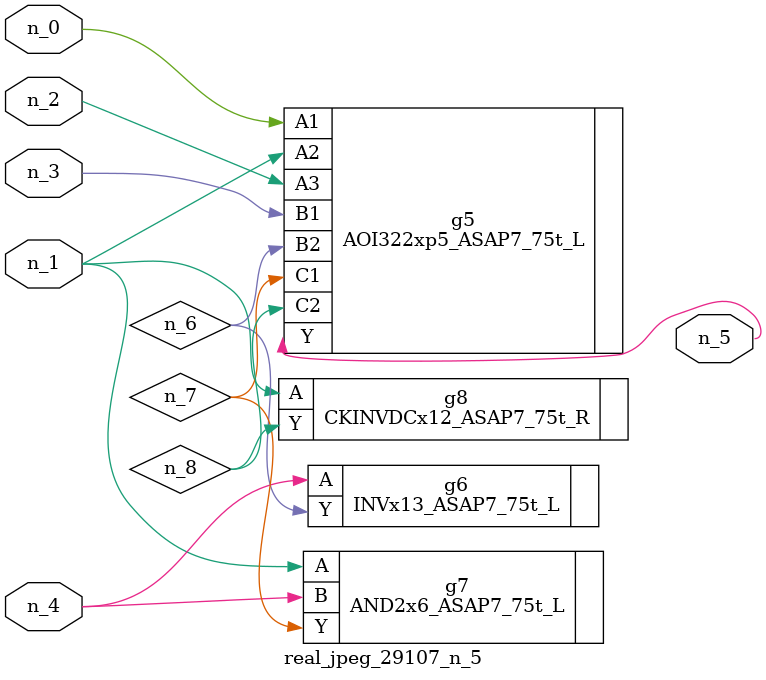
<source format=v>
module real_jpeg_29107_n_5 (n_4, n_0, n_1, n_2, n_3, n_5);

input n_4;
input n_0;
input n_1;
input n_2;
input n_3;

output n_5;

wire n_8;
wire n_6;
wire n_7;

AOI322xp5_ASAP7_75t_L g5 ( 
.A1(n_0),
.A2(n_1),
.A3(n_2),
.B1(n_3),
.B2(n_6),
.C1(n_7),
.C2(n_8),
.Y(n_5)
);

AND2x6_ASAP7_75t_L g7 ( 
.A(n_1),
.B(n_4),
.Y(n_7)
);

CKINVDCx12_ASAP7_75t_R g8 ( 
.A(n_1),
.Y(n_8)
);

INVx13_ASAP7_75t_L g6 ( 
.A(n_4),
.Y(n_6)
);


endmodule
</source>
